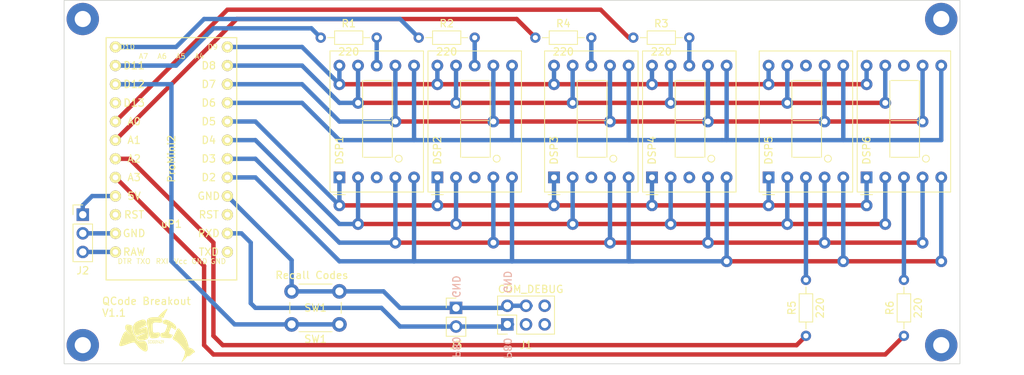
<source format=kicad_pcb>
(kicad_pcb (version 20221018) (generator pcbnew)
  (layers (0 "F.Cu" signal) (31 "B.Cu" signal) (34 "B.Paste" user) (35 "F.Paste" user) (36 "B.SilkS" user "B.Silkscreen") (37 "F.SilkS" user "F.Silkscreen") (38 "B.Mask" user) (39 "F.Mask" user) (44 "Edge.Cuts" user))
  (net 0 "")
  (net 1 "/e")
  (net 2 "/d")
  (net 3 "/dsp1")
  (net 4 "/c")
  (net 5 "/dp")
  (net 6 "/b")
  (net 7 "/a")
  (net 8 "/f")
  (net 9 "/g")
  (net 10 "/dsp2")
  (net 13 "Net-(uP1-PB4)")
  (net 14 "GND")
  (net 18 "Net-(J2-Pin_1)")
  (net 20 "/dsp3")
  (net 22 "/dsp4")
  (net 24 "Net-(J1-SOUTC_P80)")
  (net 27 "Net-(J2-Pin_2)")
  (net 28 "Net-(J2-Pin_3)")
  (net 29 "Net-(uP1-PB3)")
  (net 30 "Net-(uP1-PB2)")
  (net 31 "/dsp5")
  (net 32 "/dsp6")
  (net 33 "Net-(uP1-PC0{slash}A0)")
  (net 34 "Net-(uP1-PC1{slash}A1)")
  (net 35 "Net-(uP1-PC2{slash}A2)")
  (net 36 "Net-(uP1-PC3{slash}A3)")
  (footprint "Resistor_THT:R_Axial_DIN0204_L3.6mm_D1.6mm_P7.62mm_Horizontal" (layer "F.Cu") (at 127 58.42 90)
    (fp_text reference "R6" (at 3.81 -1.92 90) (layer "F.SilkS"))
    (fp_text value "220" (at 3.81 1.92 90) (layer "F.SilkS"))
    (pad "1" thru_hole circle (at 0 0 90) (size 1.4 1.4) (drill 0.7) (layers "*.Cu" "*.Mask") (net 36 "Net-(uP1-PC3{slash}A3)"))
    (pad "2" thru_hole oval (at 7.62 0 90) (size 1.4 1.4) (drill 0.7) (layers "*.Cu" "*.Mask") (net 32 "/dsp6"))
  )
  (footprint "Display_7Segment:D1X8K" (layer "F.Cu") (at 108.585 36.83 90)
    (fp_text reference "DSP5" (at 3.6875 0 90) (layer "F.SilkS"))
    (fp_text value "LTS-6960HR")
    (pad "1" thru_hole rect (at 0 0) (size 1.6 1.6) (drill 0.8) (layers "*.Cu" "*.Mask") (net 1 "/e"))
    (pad "2" thru_hole circle (at 0 2.54) (size 1.6 1.6) (drill 0.8) (layers "*.Cu" "*.Mask") (net 2 "/d"))
    (pad "3" thru_hole circle (at 0 5.08) (size 1.6 1.6) (drill 0.8) (layers "*.Cu" "*.Mask") (net 31 "/dsp5"))
    (pad "4" thru_hole circle (at 0 7.62) (size 1.6 1.6) (drill 0.8) (layers "*.Cu" "*.Mask") (net 4 "/c"))
    (pad "5" thru_hole circle (at 0 10.16) (size 1.6 1.6) (drill 0.8) (layers "*.Cu" "*.Mask") (net 5 "/dp"))
    (pad "6" thru_hole circle (at 15.24 10.16) (size 1.6 1.6) (drill 0.8) (layers "*.Cu" "*.Mask") (net 6 "/b"))
    (pad "7" thru_hole circle (at 15.24 7.62) (size 1.6 1.6) (drill 0.8) (layers "*.Cu" "*.Mask") (net 7 "/a"))
    (pad "8" thru_hole circle (at 15.24 5.08) (size 1.6 1.6) (drill 0.8) (layers "*.Cu" "*.Mask"))
    (pad "9" thru_hole circle (at 15.24 2.54) (size 1.6 1.6) (drill 0.8) (layers "*.Cu" "*.Mask") (net 8 "/f"))
    (pad "10" thru_hole circle (at 15.24 0) (size 1.6 1.6) (drill 0.8) (layers "*.Cu" "*.Mask") (net 9 "/g"))
  )
  (footprint "Pro Mini EDIT:Pro_Mini_EDIT" (layer "F.Cu") (at 34.925 46.99 180)
    (fp_text reference "uP1" (at 7.62 3.81) (layer "F.SilkS"))
    (fp_text value "ProMini2" (at 7.62 12.7 90) (layer "F.SilkS"))
    (fp_text user "D12" (at 12.7 22.86) (layer "F.SilkS"))
    (fp_text user "RXD" (at 2.54 2.54) (layer "F.SilkS"))
    (fp_text user "A0" (at 12.7 17.78) (layer "F.SilkS"))
    (fp_text user "Vcc" (at 6.35 -1.27) (layer "F.SilkS") (effects (font (size 0.7 0.7) (thickness 0.1))))
    (fp_text user "GND" (at 1.27 -1.27) (layer "F.SilkS") (effects (font (size 0.7 0.7) (thickness 0.1))))
    (fp_text user "RST" (at 2.54 5.08) (layer "F.SilkS"))
    (fp_text user "D5" (at 2.54 17.78) (layer "F.SilkS"))
    (fp_text user "RAW" (at 12.7 0) (layer "F.SilkS"))
    (fp_text user "DTR" (at 13.97 -1.27) (layer "F.SilkS") (effects (font (size 0.7 0.7) (thickness 0.1))))
    (fp_text user "D11" (at 12.7 25.4) (layer "F.SilkS"))
    (fp_text user "TXO" (at 11.43 -1.27) (layer "F.SilkS") (effects (font (size 0.7 0.7) (thickness 0.1))))
    (fp_text user "A4" (at 3.81 26.67) (layer "F.SilkS") (effects (font (size 0.7 0.7) (thickness 0.1))))
    (fp_text user "D9" (at 2 27.94) (layer "F.SilkS") (effects (font (size 0.7 0.7) (thickness 0.1))))
    (fp_text user "5V" (at 12.7 7.62) (layer "F.SilkS"))
    (fp_text user "D4" (at 2.54 15.24) (layer "F.SilkS"))
    (fp_text user "D2" (at 2.54 10.16) (layer "F.SilkS"))
    (fp_text user "D3" (at 2.54 12.7) (layer "F.SilkS"))
    (fp_text user "D8" (at 2.54 25.4) (layer "F.SilkS"))
    (fp_text user "D13" (at 12.7 20.32) (layer "F.SilkS"))
    (fp_text user "RXI" (at 8.89 -1.27) (layer "F.SilkS") (effects (font (size 0.7 0.7) (thickness 0.1))))
    (fp_text user "A1" (at 12.7 15.24) (layer "F.SilkS"))
    (fp_text user "D7" (at 2.54 22.86) (layer "F.SilkS"))
    (fp_text user "A3" (at 12.7 10.16) (layer "F.SilkS"))
    (fp_text user "GND" (at 12.7 2.54) (layer "F.SilkS"))
    (fp_text user "TXD" (at 2.54 0) (layer "F.SilkS"))
    (fp_text user "A6" (at 8.89 26.67) (layer "F.SilkS") (effects (font (size 0.7 0.7) (thickness 0.1))))
    (fp_text user "RST" (at 12.7 5.08) (layer "F.SilkS"))
    (fp_text user "GND" (at 3.81 -1.27) (layer "F.SilkS") (effects (font (size 0.7 0.7) (thickness 0.1))))
    (fp_text user "GND" (at 2.54 7.62) (layer "F.SilkS"))
    (fp_text user "A2" (at 12.7 12.7) (layer "F.SilkS"))
    (fp_text user "A5" (at 6.35 26.67) (layer "F.SilkS") (effects (font (size 0.7 0.7) (thickness 0.1))))
    (fp_text user "D10" (at 13.62 27.94) (layer "F.SilkS") (effects (font (size 0.7 0.7) (thickness 0.1))))
    (fp_text user "D6" (at 2.54 20.32) (layer "F.SilkS"))
    (fp_text user "A7" (at 11.43 26.67) (layer "F.SilkS") (effects (font (size 0.7 0.7) (thickness 0.1))))
    (pad "7" thru_hole circle (at 0 0 180) (size 1.524 1.524) (drill 0.762) (layers "*.Cu" "*.Mask" "F.SilkS"))
    (pad "8" thru_hole circle (at 0 2.54 180) (size 1.524 1.524) (drill 0.762) (layers "*.Cu" "*.Mask" "F.SilkS") (net 24 "Net-(J1-SOUTC_P80)"))
    (pad "9" thru_hole circle (at 0 5.08 180) (size 1.524 1.524) (drill 0.762) (layers "*.Cu" "*.Mask" "F.SilkS"))
    (pad "10" thru_hole circle (at 0 7.62 180) (size 1.524 1.524) (drill 0.762) (layers "*.Cu" "*.Mask" "F.SilkS") (net 14 "GND"))
    (pad "11" thru_hole circle (at 0 10.16 180) (size 1.524 1.524) (drill 0.762) (layers "*.Cu" "*.Mask" "F.SilkS") (net 5 "/dp"))
    (pad "12" thru_hole circle (at 0 12.7 180) (size 1.524 1.524) (drill 0.762) (layers "*.Cu" "*.Mask" "F.SilkS") (net 4 "/c"))
    (pad "13" thru_hole circle (at 0 15.24 180) (size 1.524 1.524) (drill 0.762) (layers "*.Cu" "*.Mask" "F.SilkS") (net 2 "/d"))
    (pad "14" thru_hole circle (at 0 17.78 180) (size 1.524 1.524) (drill 0.762) (layers "*.Cu" "*.Mask" "F.SilkS") (net 1 "/e"))
    (pad "15" thru_hole circle (at 0 20.32 180) (size 1.524 1.524) (drill 0.762) (layers "*.Cu" "*.Mask" "F.SilkS") (net 6 "/b"))
    (pad "16" thru_hole circle (at 0 22.86 180) (size 1.524 1.524) (drill 0.762) (layers "*.Cu" "*.Mask" "F.SilkS") (net 7 "/a"))
    (pad "17" thru_hole circle (at 0 25.4 180) (size 1.524 1.524) (drill 0.762) (layers "*.Cu" "*.Mask" "F.SilkS") (net 8 "/f"))
    (pad "18" thru_hole circle (at 0 27.94 180) (size 1.524 1.524) (drill 0.762) (layers "*.Cu" "*.Mask" "F.SilkS") (net 9 "/g"))
    (pad "19" thru_hole circle (at 15.24 0 180) (size 1.524 1.524) (drill 0.762) (layers "*.Cu" "*.Mask" "F.SilkS") (net 28 "Net-(J2-Pin_3)"))
    (pad "20" thru_hole circle (at 15.24 2.54 180) (size 1.524 1.524) (drill 0.762) (layers "*.Cu" "*.Mask" "F.SilkS") (net 27 "Net-(J2-Pin_2)"))
    (pad "21" thru_hole circle (at 15.24 5.08 180) (size 1.524 1.524) (drill 0.762) (layers "*.Cu" "*.Mask" "F.SilkS"))
    (pad "22" thru_hole circle (at 15.24 7.62 180) (size 1.524 1.524) (drill 0.762) (layers "*.Cu" "*.Mask" "F.SilkS") (net 18 "Net-(J2-Pin_1)"))
    (pad "23" thru_hole circle (at 15.24 10.16 180) (size 1.524 1.524) (drill 0.762) (layers "*.Cu" "*.Mask" "F.SilkS") (net 36 "Net-(uP1-PC3{slash}A3)"))
    (pad "24" thru_hole circle (at 15.24 12.7 180) (size 1.524 1.524) (drill 0.762) (layers "*.Cu" "*.Mask" "F.SilkS") (net 35 "Net-(uP1-PC2{slash}A2)"))
    (pad "25" thru_hole circle (at 15.24 15.24 180) (size 1.524 1.524) (drill 0.762) (layers "*.Cu" "*.Mask" "F.SilkS") (net 34 "Net-(uP1-PC1{slash}A1)"))
    (pad "26" thru_hole circle (at 15.24 17.78 180) (size 1.524 1.524) (drill 0.762) (layers "*.Cu" "*.Mask" "F.SilkS") (net 33 "Net-(uP1-PC0{slash}A0)"))
    (pad "27" thru_hole circle (at 15.24 20.32 180) (size 1.524 1.524) (drill 0.762) (layers "*.Cu" "*.Mask" "F.SilkS"))
    (pad "28" thru_hole circle (at 15.24 22.86 180) (size 1.524 1.524) (drill 0.762) (layers "*.Cu" "*.Mask" "F.SilkS") (net 13 "Net-(uP1-PB4)"))
    (pad "29" thru_hole circle (at 15.24 25.4 180) (size 1.524 1.524) (drill 0.762) (layers "*.Cu" "*.Mask" "F.SilkS") (net 29 "Net-(uP1-PB3)"))
    (pad "30" thru_hole circle (at 15.24 27.94 180) (size 1.524 1.524) (drill 0.762) (layers "*.Cu" "*.Mask" "F.SilkS") (net 30 "Net-(uP1-PB2)"))
  )
  (footprint "MountingHole:MountingHole_2.2mm_M2_Pad" (layer "F.Cu") (at 132.08 59.69)
    (fp_text reference "REF**" hide)
    (fp_text value "MountingHole_2.2mm_M2_Pad")
    (pad "1" thru_hole circle (at 0 0) (size 4.4 4.4) (drill 2.2) (layers "*.Cu" "*.Mask"))
  )
  (footprint "Button_Switch_THT:SW_PUSH_6mm_H5mm" (layer "F.Cu") (at 50.165 56.86 180)
    (fp_text reference "SW1" (at 3.25 -2) (layer "F.SilkS"))
    (fp_text value "Recall Codes" (at 3.75 6.7) (layer "F.SilkS"))
    (fp_text user "${REFERENCE}" (at 3.25 2.25) (layer "F.SilkS"))
    (pad "1" thru_hole circle (at 0 0 270) (size 2 2) (drill 1.1) (layers "*.Cu" "*.Mask") (net 13 "Net-(uP1-PB4)"))
    (pad "1" thru_hole circle (at 6.5 0 270) (size 2 2) (drill 1.1) (layers "*.Cu" "*.Mask") (net 13 "Net-(uP1-PB4)"))
    (pad "2" thru_hole circle (at 0 4.5 270) (size 2 2) (drill 1.1) (layers "*.Cu" "*.Mask") (net 14 "GND"))
    (pad "2" thru_hole circle (at 6.5 4.5 270) (size 2 2) (drill 1.1) (layers "*.Cu" "*.Mask") (net 14 "GND"))
  )
  (footprint "Display_7Segment:D1X8K" (layer "F.Cu") (at 121.92 36.83 90)
    (fp_text reference "DSP6" (at 3.6875 0 90) (layer "F.SilkS"))
    (fp_text value "LTS-6960HR")
    (pad "1" thru_hole rect (at 0 0) (size 1.6 1.6) (drill 0.8) (layers "*.Cu" "*.Mask") (net 1 "/e"))
    (pad "2" thru_hole circle (at 0 2.54) (size 1.6 1.6) (drill 0.8) (layers "*.Cu" "*.Mask") (net 2 "/d"))
    (pad "3" thru_hole circle (at 0 5.08) (size 1.6 1.6) (drill 0.8) (layers "*.Cu" "*.Mask") (net 32 "/dsp6"))
    (pad "4" thru_hole circle (at 0 7.62) (size 1.6 1.6) (drill 0.8) (layers "*.Cu" "*.Mask") (net 4 "/c"))
    (pad "5" thru_hole circle (at 0 10.16) (size 1.6 1.6) (drill 0.8) (layers "*.Cu" "*.Mask") (net 5 "/dp"))
    (pad "6" thru_hole circle (at 15.24 10.16) (size 1.6 1.6) (drill 0.8) (layers "*.Cu" "*.Mask") (net 6 "/b"))
    (pad "7" thru_hole circle (at 15.24 7.62) (size 1.6 1.6) (drill 0.8) (layers "*.Cu" "*.Mask") (net 7 "/a"))
    (pad "8" thru_hole circle (at 15.24 5.08) (size 1.6 1.6) (drill 0.8) (layers "*.Cu" "*.Mask"))
    (pad "9" thru_hole circle (at 15.24 2.54) (size 1.6 1.6) (drill 0.8) (layers "*.Cu" "*.Mask") (net 8 "/f"))
    (pad "10" thru_hole circle (at 15.24 0) (size 1.6 1.6) (drill 0.8) (layers "*.Cu" "*.Mask") (net 9 "/g"))
  )
  (footprint "Connector_PinHeader_2.54mm:PinHeader_2x03_P2.54mm_Vertical" (layer "F.Cu") (at 73.025 56.86 90)
    (fp_text reference "J1" (at -2.83 2.54 180) (layer "F.SilkS"))
    (fp_text value "COM_DEBUG" (at 4.79 3.175 180) (layer "F.SilkS"))
    (pad "1" thru_hole rect (at 0 0 90) (size 1.7 1.7) (drill 1) (layers "*.Cu" "*.Mask") (net 24 "Net-(J1-SOUTC_P80)"))
    (pad "2" thru_hole oval (at 2.54 0 90) (size 1.7 1.7) (drill 1) (layers "*.Cu" "*.Mask") (net 14 "GND"))
    (pad "3" thru_hole oval (at 0 2.54 90) (size 1.7 1.7) (drill 1) (layers "*.Cu" "*.Mask"))
    (pad "4" thru_hole oval (at 2.54 2.54 90) (size 1.7 1.7) (drill 1) (layers "*.Cu" "*.Mask") (net 14 "GND"))
    (pad "5" thru_hole oval (at 0 5.08 90) (size 1.7 1.7) (drill 1) (layers "*.Cu" "*.Mask"))
    (pad "6" thru_hole oval (at 2.54 5.08 90) (size 1.7 1.7) (drill 1) (layers "*.Cu" "*.Mask"))
  )
  (footprint "Connector_PinHeader_2.54mm:PinHeader_1x03_P2.54mm_Vertical" (layer "F.Cu") (at 15.24 41.91)
    (fp_text reference "J2" (at 0 7.62) (layer "F.SilkS"))
    (fp_text value "Conn_01x03_Pin")
    (pad "1" thru_hole rect (at 0 0) (size 1.7 1.7) (drill 1) (layers "*.Cu" "*.Mask") (net 18 "Net-(J2-Pin_1)"))
    (pad "2" thru_hole oval (at 0 2.54) (size 1.7 1.7) (drill 1) (layers "*.Cu" "*.Mask") (net 27 "Net-(J2-Pin_2)"))
    (pad "3" thru_hole oval (at 0 5.08) (size 1.7 1.7) (drill 1) (layers "*.Cu" "*.Mask") (net 28 "Net-(J2-Pin_3)"))
  )
  (footprint "MountingHole:MountingHole_2.2mm_M2_Pad" (layer "F.Cu") (at 132.08 15.24)
    (fp_text reference "REF**" hide)
    (fp_text value "MountingHole_2.2mm_M2_Pad")
    (pad "1" thru_hole circle (at 0 0) (size 4.4 4.4) (drill 2.2) (layers "*.Cu" "*.Mask"))
  )
  (footprint "Resistor_THT:R_Axial_DIN0204_L3.6mm_D1.6mm_P7.62mm_Horizontal" (layer "F.Cu") (at 47.625 17.78)
    (fp_text reference "R1" (at 3.81 -1.92) (layer "F.SilkS"))
    (fp_text value "220" (at 3.81 1.92) (layer "F.SilkS"))
    (pad "1" thru_hole circle (at 0 0) (size 1.4 1.4) (drill 0.7) (layers "*.Cu" "*.Mask") (net 29 "Net-(uP1-PB3)"))
    (pad "2" thru_hole oval (at 7.62 0) (size 1.4 1.4) (drill 0.7) (layers "*.Cu" "*.Mask") (net 3 "/dsp1"))
  )
  (footprint "MountingHole:MountingHole_2.2mm_M2_Pad" (layer "F.Cu") (at 15.24 59.69)
    (fp_text reference "REF**" hide)
    (fp_text value "MountingHole_2.2mm_M2_Pad")
    (pad "1" thru_hole circle (at 0 0) (size 4.4 4.4) (drill 2.2) (layers "*.Cu" "*.Mask"))
  )
  (footprint "Resistor_THT:R_Axial_DIN0204_L3.6mm_D1.6mm_P7.62mm_Horizontal" (layer "F.Cu") (at 113.665 58.42 90)
    (fp_text reference "R5" (at 3.81 -1.92 90) (layer "F.SilkS"))
    (fp_text value "220" (at 3.81 1.92 90) (layer "F.SilkS"))
    (pad "1" thru_hole circle (at 0 0 90) (size 1.4 1.4) (drill 0.7) (layers "*.Cu" "*.Mask") (net 35 "Net-(uP1-PC2{slash}A2)"))
    (pad "2" thru_hole oval (at 7.62 0 90) (size 1.4 1.4) (drill 0.7) (layers "*.Cu" "*.Mask") (net 31 "/dsp5"))
  )
  (footprint "LOGO" (layer "F.Cu") (at 25.4 58.42)
    (fp_text reference "G***" hide)
    (fp_text value "LOGO" hide)
  )
  (footprint "Display_7Segment:D1X8K" (layer "F.Cu") (at 63.5 36.83 90)
    (fp_text reference "DSP2" (at 3.6875 0 90) (layer "F.SilkS"))
    (fp_text value "LTS-6960HR")
    (pad "1" thru_hole rect (at 0 0) (size 1.6 1.6) (drill 0.8) (layers "*.Cu" "*.Mask") (net 1 "/e"))
    (pad "2" thru_hole circle (at 0 2.54) (size 1.6 1.6) (drill 0.8) (layers "*.Cu" "*.Mask") (net 2 "/d"))
    (pad "3" thru_hole circle (at 0 5.08) (size 1.6 1.6) (drill 0.8) (layers "*.Cu" "*.Mask"))
    (pad "4" thru_hole circle (at 0 7.62) (size 1.6 1.6) (drill 0.8) (layers "*.Cu" "*.Mask") (net 4 "/c"))
    (pad "5" thru_hole circle (at 0 10.16) (size 1.6 1.6) (drill 0.8) (layers "*.Cu" "*.Mask") (net 5 "/dp"))
    (pad "6" thru_hole circle (at 15.24 10.16) (size 1.6 1.6) (drill 0.8) (layers "*.Cu" "*.Mask") (net 6 "/b"))
    (pad "7" thru_hole circle (at 15.24 7.62) (size 1.6 1.6) (drill 0.8) (layers "*.Cu" "*.Mask") (net 7 "/a"))
    (pad "8" thru_hole circle (at 15.24 5.08) (size 1.6 1.6) (drill 0.8) (layers "*.Cu" "*.Mask") (net 10 "/dsp2"))
    (pad "9" thru_hole circle (at 15.24 2.54) (size 1.6 1.6) (drill 0.8) (layers "*.Cu" "*.Mask") (net 8 "/f"))
    (pad "10" thru_hole circle (at 15.24 0) (size 1.6 1.6) (drill 0.8) (layers "*.Cu" "*.Mask") (net 9 "/g"))
  )
  (footprint "Display_7Segment:D1X8K" (layer "F.Cu") (at 79.375 36.83 90)
    (fp_text reference "DSP3" (at 3.6875 0 90) (layer "F.SilkS"))
    (fp_text value "LTS-6960HR")
    (pad "1" thru_hole rect (at 0 0) (size 1.6 1.6) (drill 0.8) (layers "*.Cu" "*.Mask") (net 1 "/e"))
    (pad "2" thru_hole circle (at 0 2.54) (size 1.6 1.6) (drill 0.8) (layers "*.Cu" "*.Mask") (net 2 "/d"))
    (pad "3" thru_hole circle (at 0 5.08) (size 1.6 1.6) (drill 0.8) (layers "*.Cu" "*.Mask"))
    (pad "4" thru_hole circle (at 0 7.62) (size 1.6 1.6) (drill 0.8) (layers "*.Cu" "*.Mask") (net 4 "/c"))
    (pad "5" thru_hole circle (at 0 10.16) (size 1.6 1.6) (drill 0.8) (layers "*.Cu" "*.Mask") (net 5 "/dp"))
    (pad "6" thru_hole circle (at 15.24 10.16) (size 1.6 1.6) (drill 0.8) (layers "*.Cu" "*.Mask") (net 6 "/b"))
    (pad "7" thru_hole circle (at 15.24 7.62) (size 1.6 1.6) (drill 0.8) (layers "*.Cu" "*.Mask") (net 7 "/a"))
    (pad "8" thru_hole circle (at 15.24 5.08) (size 1.6 1.6) (drill 0.8) (layers "*.Cu" "*.Mask") (net 20 "/dsp3"))
    (pad "9" thru_hole circle (at 15.24 2.54) (size 1.6 1.6) (drill 0.8) (layers "*.Cu" "*.Mask") (net 8 "/f"))
    (pad "10" thru_hole circle (at 15.24 0) (size 1.6 1.6) (drill 0.8) (layers "*.Cu" "*.Mask") (net 9 "/g"))
  )
  (footprint "Display_7Segment:D1X8K" (layer "F.Cu") (at 92.71 36.83 90)
    (fp_text reference "DSP4" (at 3.6875 0 90) (layer "F.SilkS"))
    (fp_text value "LTS-6960HR")
    (pad "1" thru_hole rect (at 0 0) (size 1.6 1.6) (drill 0.8) (layers "*.Cu" "*.Mask") (net 1 "/e"))
    (pad "2" thru_hole circle (at 0 2.54) (size 1.6 1.6) (drill 0.8) (layers "*.Cu" "*.Mask") (net 2 "/d"))
    (pad "3" thru_hole circle (at 0 5.08) (size 1.6 1.6) (drill 0.8) (layers "*.Cu" "*.Mask"))
    (pad "4" thru_hole circle (at 0 7.62) (size 1.6 1.6) (drill 0.8) (layers "*.Cu" "*.Mask") (net 4 "/c"))
    (pad "5" thru_hole circle (at 0 10.16) (size 1.6 1.6) (drill 0.8) (layers "*.Cu" "*.Mask") (net 5 "/dp"))
    (pad "6" thru_hole circle (at 15.24 10.16) (size 1.6 1.6) (drill 0.8) (layers "*.Cu" "*.Mask") (net 6 "/b"))
    (pad "7" thru_hole circle (at 15.24 7.62) (size 1.6 1.6) (drill 0.8) (layers "*.Cu" "*.Mask") (net 7 "/a"))
    (pad "8" thru_hole circle (at 15.24 5.08) (size 1.6 1.6) (drill 0.8) (layers "*.Cu" "*.Mask") (net 22 "/dsp4"))
    (pad "9" thru_hole circle (at 15.24 2.54) (size 1.6 1.6) (drill 0.8) (layers "*.Cu" "*.Mask") (net 8 "/f"))
    (pad "10" thru_hole circle (at 15.24 0) (size 1.6 1.6) (drill 0.8) (layers "*.Cu" "*.Mask") (net 9 "/g"))
  )
  (footprint "Resistor_THT:R_Axial_DIN0204_L3.6mm_D1.6mm_P7.62mm_Horizontal" (layer "F.Cu") (at 60.96 17.78)
    (fp_text reference "R2" (at 3.81 -1.92) (layer "F.SilkS"))
    (fp_text value "220" (at 3.81 1.92) (layer "F.SilkS"))
    (pad "1" thru_hole circle (at 0 0) (size 1.4 1.4) (drill 0.7) (layers "*.Cu" "*.Mask") (net 30 "Net-(uP1-PB2)"))
    (pad "2" thru_hole oval (at 7.62 0) (size 1.4 1.4) (drill 0.7) (layers "*.Cu" "*.Mask") (net 10 "/dsp2"))
  )
  (footprint "Display_7Segment:D1X8K" (layer "F.Cu") (at 50.165 36.83 90)
    (fp_text reference "DSP1" (at 3.6875 0 90) (layer "F.SilkS"))
    (fp_text value "LTS-6960HR")
    (pad "1" thru_hole rect (at 0 0) (size 1.6 1.6) (drill 0.8) (layers "*.Cu" "*.Mask") (net 1 "/e"))
    (pad "2" thru_hole circle (at 0 2.54) (size 1.6 1.6) (drill 0.8) (layers "*.Cu" "*.Mask") (net 2 "/d"))
    (pad "3" thru_hole circle (at 0 5.08) (size 1.6 1.6) (drill 0.8) (layers "*.Cu" "*.Mask"))
    (pad "4" thru_hole circle (at 0 7.62) (size 1.6 1.6) (drill 0.8) (layers "*.Cu" "*.Mask") (net 4 "/c"))
    (pad "5" thru_hole circle (at 0 10.16) (size 1.6 1.6) (drill 0.8) (layers "*.Cu" "*.Mask") (net 5 "/dp"))
    (pad "6" thru_hole circle (at 15.24 10.16) (size 1.6 1.6) (drill 0.8) (layers "*.Cu" "*.Mask") (net 6 "/b"))
    (pad "7" thru_hole circle (at 15.24 7.62) (size 1.6 1.6) (drill 0.8) (layers "*.Cu" "*.Mask") (net 7 "/a"))
    (pad "8" thru_hole circle (at 15.24 5.08) (size 1.6 1.6) (drill 0.8) (layers "*.Cu" "*.Mask") (net 3 "/dsp1"))
    (pad "9" thru_hole circle (at 15.24 2.54) (size 1.6 1.6) (drill 0.8) (layers "*.Cu" "*.Mask") (net 8 "/f"))
    (pad "10" thru_hole circle (at 15.24 0) (size 1.6 1.6) (drill 0.8) (layers "*.Cu" "*.Mask") (net 9 "/g"))
  )
  (footprint "Resistor_THT:R_Axial_DIN0204_L3.6mm_D1.6mm_P7.62mm_Horizontal" (layer "F.Cu") (at 90.17 17.78)
    (fp_text reference "R3" (at 3.81 -1.92) (layer "F.SilkS"))
    (fp_text value "220" (at 3.81 1.92) (layer "F.SilkS"))
    (pad "1" thru_hole circle (at 0 0) (size 1.4 1.4) (drill 0.7) (layers "*.Cu" "*.Mask") (net 33 "Net-(uP1-PC0{slash}A0)"))
    (pad "2" thru_hole oval (at 7.62 0) (size 1.4 1.4) (drill 0.7) (layers "*.Cu" "*.Mask") (net 22 "/dsp4"))
  )
  (footprint "Connector_PinHeader_2.54mm:PinHeader_1x02_P2.54mm_Vertical" (layer "F.Cu") (at 66.04 54.61)
    (fp_text reference "J3" (at 0 5.08) (layer "F.SilkS"))
    (fp_text value "Conn_01x02_Pin")
    (pad "1" thru_hole rect (at 0 0) (size 1.7 1.7) (drill 1) (layers "*.Cu" "*.Mask") (net 14 "GND"))
    (pad "2" thru_hole oval (at 0 2.54) (size 1.7 1.7) (drill 1) (layers "*.Cu" "*.Mask") (net 24 "Net-(J1-SOUTC_P80)"))
  )
  (footprint "MountingHole:MountingHole_2.2mm_M2_Pad" (layer "F.Cu") (at 15.24 15.24)
    (fp_text reference "REF**" hide)
    (fp_text value "MountingHole_2.2mm_M2_Pad")
    (pad "1" thru_hole circle (at 0 0) (size 4.4 4.4) (drill 2.2) (layers "*.Cu" "*.Mask"))
  )
  (footprint "Resistor_THT:R_Axial_DIN0204_L3.6mm_D1.6mm_P7.62mm_Horizontal" (layer "F.Cu") (at 76.835 17.78)
    (fp_text reference "R4" (at 3.81 -1.92) (layer "F.SilkS"))
    (fp_text value "220" (at 3.81 1.92) (layer "F.SilkS"))
    (pad "1" thru_hole circle (at 0 0) (size 1.4 1.4) (drill 0.7) (layers "*.Cu" "*.Mask") (net 34 "Net-(uP1-PC1{slash}A1)"))
    (pad "2" thru_hole oval (at 7.62 0) (size 1.4 1.4) (drill 0.7) (layers "*.Cu" "*.Mask") (net 20 "/dsp3"))
  )
  (gr_rect (start 12.7 12.7) (end 134.62 62.23) (stroke (width 0.1)) (fill none) (layer "Edge.Cuts"))
  (gr_text "P80" (at 73.025 58.581268 270) (layer "B.SilkS") (effects (font (size 1 1)) (justify right mirror)))
  (gr_text "P80" (at 66.04 58.42 270) (layer "B.SilkS") (effects (font (size 1 1)) (justify right mirror)))
  (gr_text "GND" (at 66.04 53.34 270) (layer "B.SilkS") (effects (font (size 1 1)) (justify left mirror)))
  (gr_text "GND" (at 73.025 52.705 270) (layer "B.SilkS") (effects (font (size 1 1)) (justify left mirror)))
  (gr_text "QCode Breakout\nV1.1\n" (at 17.78 55.88) (layer "F.SilkS") (effects (font (size 1 1)) (justify left bottom)))
  (segment (start 50.165 40.64) (end 63.5 40.64) (width 0.6) (layer "F.Cu") (net 1))
  (segment (start 79.375 40.64) (end 92.71 40.64) (width 0.6) (layer "F.Cu") (net 1))
  (segment (start 108.585 40.64) (end 121.92 40.64) (width 0.6) (layer "F.Cu") (net 1))
  (segment (start 63.5 40.64) (end 80.01 40.64) (width 0.6) (layer "F.Cu") (net 1))
  (segment (start 92.71 40.64) (end 108.585 40.64) (width 0.6) (layer "F.Cu") (net 1))
  (via (at 50.165 40.64) (size 1.6) (drill 0.8) (layers "F.Cu" "B.Cu") (net 1))
  (via (at 79.375 40.64) (size 1.6) (drill 0.8) (layers "F.Cu" "B.Cu") (net 1))
  (via (at 63.5 40.64) (size 1.6) (drill 0.8) (layers "F.Cu" "B.Cu") (net 1))
  (via (at 108.585 40.64) (size 1.6) (drill 0.8) (layers "F.Cu" "B.Cu") (net 1))
  (via (at 121.92 40.64) (size 1.6) (drill 0.8) (layers "F.Cu" "B.Cu") (net 1))
  (via (at 92.71 40.64) (size 1.6) (drill 0.8) (layers "F.Cu" "B.Cu") (net 1))
  (segment (start 34.925 29.21) (end 38.735 29.21) (width 0.6) (layer "B.Cu") (net 1))
  (segment (start 79.375 40.64) (end 79.375 36.7075) (width 0.6) (layer "B.Cu") (net 1))
  (segment (start 108.585 40.64) (end 108.585 36.7075) (width 0.6) (layer "B.Cu") (net 1))
  (segment (start 63.5 40.64) (end 63.5 36.7075) (width 0.6) (layer "B.Cu") (net 1))
  (segment (start 92.71 36.83) (end 92.71 40.64) (width 0.6) (layer "B.Cu") (net 1))
  (segment (start 50.165 40.64) (end 50.2875 40.5175) (width 0.6) (layer "B.Cu") (net 1))
  (segment (start 121.92 36.83) (end 121.92 40.64) (width 0.6) (layer "B.Cu") (net 1))
  (segment (start 50.165 40.64) (end 50.165 36.83) (width 0.6) (layer "B.Cu") (net 1))
  (segment (start 38.735 29.21) (end 50.165 40.64) (width 0.6) (layer "B.Cu") (net 1))
  (segment (start 111.125 43.18) (end 124.46 43.18) (width 0.6) (layer "F.Cu") (net 2))
  (segment (start 81.915 43.18) (end 95.25 43.18) (width 0.6) (layer "F.Cu") (net 2))
  (segment (start 66.04 43.18) (end 82.55 43.18) (width 0.6) (layer "F.Cu") (net 2))
  (segment (start 95.25 43.18) (end 111.125 43.18) (width 0.6) (layer "F.Cu") (net 2))
  (segment (start 52.705 43.18) (end 66.04 43.18) (width 0.6) (layer "F.Cu") (net 2))
  (via (at 52.705 43.18) (size 1.6) (drill 0.8) (layers "F.Cu" "B.Cu") (net 2))
  (via (at 111.125 43.18) (size 1.6) (drill 0.8) (layers "F.Cu" "B.Cu") (net 2))
  (via (at 66.04 43.18) (size 1.6) (drill 0.8) (layers "F.Cu" "B.Cu") (net 2))
  (via (at 81.915 43.18) (size 1.6) (drill 0.8) (layers "F.Cu" "B.Cu") (net 2))
  (via (at 95.25 43.18) (size 1.6) (drill 0.8) (layers "F.Cu" "B.Cu") (net 2))
  (via (at 124.46 43.18) (size 1.6) (drill 0.8) (layers "F.Cu" "B.Cu") (net 2))
  (segment (start 52.705 43.18) (end 52.8275 43.0575) (width 0.6) (layer "B.Cu") (net 2))
  (segment (start 52.705 43.18) (end 52.705 36.83) (width 0.6) (layer "B.Cu") (net 2))
  (segment (start 34.925 31.75) (end 38.735 31.75) (width 0.6) (layer "B.Cu") (net 2))
  (segment (start 50.165 43.18) (end 52.705 43.18) (width 0.6) (layer "B.Cu") (net 2))
  (segment (start 66.04 43.18) (end 66.04 36.7075) (width 0.6) (layer "B.Cu") (net 2))
  (segment (start 124.46 36.83) (end 124.46 43.18) (width 0.6) (layer "B.Cu") (net 2))
  (segment (start 111.125 43.18) (end 111.125 36.7075) (width 0.6) (layer "B.Cu") (net 2))
  (segment (start 81.915 43.18) (end 81.915 36.7075) (width 0.6) (layer "B.Cu") (net 2))
  (segment (start 38.735 31.75) (end 50.165 43.18) (width 0.6) (layer "B.Cu") (net 2))
  (segment (start 95.25 36.83) (end 95.25 43.18) (width 0.6) (layer "B.Cu") (net 2))
  (segment (start 55.376627 21.580873) (end 55.3675 21.59) (width 0.6) (layer "B.Cu") (net 3))
  (segment (start 55.245 17.78) (end 55.245 21.59) (width 0.6) (layer "B.Cu") (net 3))
  (segment (start 116.205 45.72) (end 129.54 45.72) (width 0.6) (layer "F.Cu") (net 4))
  (segment (start 57.785 45.72) (end 71.12 45.72) (width 0.6) (layer "F.Cu") (net 4))
  (segment (start 86.995 45.72) (end 100.33 45.72) (width 0.6) (layer "F.Cu") (net 4))
  (segment (start 100.33 45.72) (end 116.205 45.72) (width 0.6) (layer "F.Cu") (net 4))
  (segment (start 71.12 45.72) (end 87.63 45.72) (width 0.6) (layer "F.Cu") (net 4))
  (via (at 71.12 45.72) (size 1.6) (drill 0.8) (layers "F.Cu" "B.Cu") (net 4))
  (via (at 100.33 45.72) (size 1.6) (drill 0.8) (layers "F.Cu" "B.Cu") (net 4))
  (via (at 86.995 45.72) (size 1.6) (drill 0.8) (layers "F.Cu" "B.Cu") (net 4))
  (via (at 129.54 45.72) (size 1.6) (drill 0.8) (layers "F.Cu" "B.Cu") (net 4))
  (via (at 116.205 45.72) (size 1.6) (drill 0.8) (layers "F.Cu" "B.Cu") (net 4))
  (via (at 57.785 45.72) (size 1.6) (drill 0.8) (layers "F.Cu" "B.Cu") (net 4))
  (segment (start 116.205 45.72) (end 116.205 36.7075) (width 0.6) (layer "B.Cu") (net 4))
  (segment (start 34.925 34.29) (end 38.735 34.29) (width 0.6) (layer "B.Cu") (net 4))
  (segment (start 57.785 45.72) (end 57.785 36.83) (width 0.6) (layer "B.Cu") (net 4))
  (segment (start 86.995 45.72) (end 86.995 36.7075) (width 0.6) (layer "B.Cu") (net 4))
  (segment (start 71.12 45.72) (end 71.12 36.7075) (width 0.6) (layer "B.Cu") (net 4))
  (segment (start 57.785 45.72) (end 57.9075 45.5975) (width 0.6) (layer "B.Cu") (net 4))
  (segment (start 38.735 34.29) (end 50.165 45.72) (width 0.6) (layer "B.Cu") (net 4))
  (segment (start 129.54 36.83) (end 129.54 45.72) (width 0.6) (layer "B.Cu") (net 4))
  (segment (start 50.165 45.72) (end 57.785 45.72) (width 0.6) (layer "B.Cu") (net 4))
  (segment (start 100.33 36.83) (end 100.33 45.72) (width 0.6) (layer "B.Cu") (net 4))
  (segment (start 102.87 48.26) (end 118.745 48.26) (width 0.6) (layer "F.Cu") (net 5))
  (segment (start 118.745 48.26) (end 132.08 48.26) (width 0.6) (layer "F.Cu") (net 5))
  (via (at 118.745 48.26) (size 1.6) (drill 0.8) (layers "F.Cu" "B.Cu") (net 5))
  (via (at 102.87 48.26) (size 1.6) (drill 0.8) (layers "F.Cu" "B.Cu") (net 5))
  (via (at 132.08 48.26) (size 1.6) (drill 0.8) (layers "F.Cu" "B.Cu") (net 5))
  (segment (start 102.87 36.83) (end 102.87 48.26) (width 0.6) (layer "B.Cu") (net 5))
  (segment (start 73.66 48.26) (end 90.17 48.26) (width 0.6) (layer "B.Cu") (net 5))
  (segment (start 89.535 48.26) (end 89.535 36.7075) (width 0.6) (layer "B.Cu") (net 5))
  (segment (start 102.87 48.26) (end 89.535 48.26) (width 0.6) (layer "B.Cu") (net 5))
  (segment (start 38.735 36.83) (end 50.165 48.26) (width 0.6) (layer "B.Cu") (net 5))
  (segment (start 73.66 48.26) (end 73.66 36.7075) (width 0.6) (layer "B.Cu") (net 5))
  (segment (start 50.165 48.26) (end 60.325 48.26) (width 0.6) (layer "B.Cu") (net 5))
  (segment (start 60.325 36.83) (end 60.325 48.26) (width 0.6) (layer "B.Cu") (net 5))
  (segment (start 132.08 36.83) (end 132.08 48.26) (width 0.6) (layer "B.Cu") (net 5))
  (segment (start 118.745 48.26) (end 118.745 36.7075) (width 0.6) (layer "B.Cu") (net 5))
  (segment (start 34.925 36.83) (end 38.735 36.83) (width 0.6) (layer "B.Cu") (net 5))
  (segment (start 60.325 48.26) (end 73.66 48.26) (width 0.6) (layer "B.Cu") (net 5))
  (segment (start 60.325 31.75) (end 60.4475 31.6275) (width 0.6) (layer "B.Cu") (net 6))
  (segment (start 34.925 26.67) (end 45.085 26.67) (width 0.6) (layer "B.Cu") (net 6))
  (segment (start 132.08 21.59) (end 132.08 31.75) (width 0.6) (layer "B.Cu") (net 6))
  (segment (start 89.535 31.75) (end 89.535 21.4675) (width 0.6) (layer "B.Cu") (net 6))
  (segment (start 102.87 21.59) (end 102.87 31.75) (width 0.6) (layer "B.Cu") (net 6))
  (segment (start 89.535 31.75) (end 102.235 31.75) (width 0.6) (layer "B.Cu") (net 6))
  (segment (start 73.66 31.75) (end 90.17 31.75) (width 0.6) (layer "B.Cu") (net 6))
  (segment (start 73.66 31.75) (end 73.66 21.4675) (width 0.6) (layer "B.Cu") (net 6))
  (segment (start 60.325 31.75) (end 60.325 21.59) (width 0.6) (layer "B.Cu") (net 6))
  (segment (start 132.08 31.75) (end 118.745 31.75) (width 0.6) (layer "B.Cu") (net 6))
  (segment (start 50.165 31.75) (end 60.325 31.75) (width 0.6) (layer "B.Cu") (net 6))
  (segment (start 118.745 31.75) (end 118.745 21.4675) (width 0.6) (layer "B.Cu") (net 6))
  (segment (start 102.235 31.75) (end 102.87 31.75) (width 0.6) (layer "B.Cu") (net 6))
  (segment (start 45.085 26.67) (end 50.165 31.75) (width 0.6) (layer "B.Cu") (net 6))
  (segment (start 60.325 31.75) (end 73.66 31.75) (width 0.6) (layer "B.Cu") (net 6))
  (segment (start 102.87 31.75) (end 118.745 31.75) (width 0.6) (layer "B.Cu") (net 6))
  (segment (start 57.785 29.21) (end 71.12 29.21) (width 0.6) (layer "F.Cu") (net 7))
  (segment (start 71.12 29.21) (end 87.63 29.21) (width 0.6) (layer "F.Cu") (net 7))
  (segment (start 86.995 29.21) (end 100.33 29.21) (width 0.6) (layer "F.Cu") (net 7))
  (segment (start 116.205 29.21) (end 129.54 29.21) (width 0.6) (layer "F.Cu") (net 7))
  (segment (start 100.33 29.21) (end 116.205 29.21) (width 0.6) (layer "F.Cu") (net 7))
  (via (at 129.54 29.21) (size 1.6) (drill 0.8) (layers "F.Cu" "B.Cu") (net 7))
  (via (at 57.785 29.21) (size 1.6) (drill 0.8) (layers "F.Cu" "B.Cu") (net 7))
  (via (at 86.995 29.21) (size 1.6) (drill 0.8) (layers "F.Cu" "B.Cu") (net 7))
  (via (at 71.12 29.21) (size 1.6) (drill 0.8) (layers "F.Cu" "B.Cu") (net 7))
  (via (at 100.33 29.21) (size 1.6) (drill 0.8) (layers "F.Cu" "B.Cu") (net 7))
  (via (at 116.205 29.21) (size 1.6) (drill 0.8) (layers "F.Cu" "B.Cu") (net 7))
  (segment (start 45.085 24.13) (end 50.165 29.21) (width 0.6) (layer "B.Cu") (net 7))
  (segment (start 57.785 29.21) (end 57.9075 29.0875) (width 0.6) (layer "B.Cu") (net 7))
  (segment (start 129.54 21.59) (end 129.54 29.21) (width 0.6) (layer "B.Cu") (net 7))
  (segment (start 116.205 21.4675) (end 116.205 29.21) (width 0.6) (layer "B.Cu") (net 7))
  (segment (start 34.925 24.13) (end 45.085 24.13) (width 0.6) (layer "B.Cu") (net 7))
  (segment (start 50.165 29.21) (end 57.785 29.21) (width 0.6) (layer "B.Cu") (net 7))
  (segment (start 100.33 29.21) (end 100.33 21.59) (width 0.6) (layer "B.Cu") (net 7))
  (segment (start 57.785 29.21) (end 57.785 21.59) (width 0.6) (layer "B.Cu") (net 7))
  (segment (start 86.995 29.21) (end 86.995 21.4675) (width 0.6) (layer "B.Cu") (net 7))
  (segment (start 71.12 29.21) (end 71.12 21.4675) (width 0.6) (layer "B.Cu") (net 7))
  (segment (start 66.04 26.67) (end 82.55 26.67) (width 0.6) (layer "F.Cu") (net 8))
  (segment (start 95.25 26.67) (end 111.125 26.67) (width 0.6) (layer "F.Cu") (net 8))
  (segment (start 52.705 26.67) (end 66.04 26.67) (width 0.6) (layer "F.Cu") (net 8))
  (segment (start 111.125 26.67) (end 124.46 26.67) (width 0.6) (layer "F.Cu") (net 8))
  (segment (start 81.915 26.67) (end 95.25 26.67) (width 0.6) (layer "F.Cu") (net 8))
  (via (at 95.25 26.67) (size 1.6) (drill 0.8) (layers "F.Cu" "B.Cu") (net 8))
  (via (at 124.46 26.67) (size 1.6) (drill 0.8) (layers "F.Cu" "B.Cu") (net 8))
  (via (at 111.125 26.67) (size 1.6) (drill 0.8) (layers "F.Cu" "B.Cu") (net 8))
  (via (at 52.705 26.67) (size 1.6) (drill 0.8) (layers "F.Cu" "B.Cu") (net 8))
  (via (at 66.04 26.67) (size 1.6) (drill 0.8) (layers "F.Cu" "B.Cu") (net 8))
  (via (at 81.915 26.67) (size 1.6) (drill 0.8) (layers "F.Cu" "B.Cu") (net 8))
  (segment (start 111.125 21.4675) (end 111.125 26.67) (width 0.6) (layer "B.Cu") (net 8))
  (segment (start 81.915 26.67) (end 81.915 21.4675) (width 0.6) (layer "B.Cu") (net 8))
  (segment (start 95.25 26.67) (end 95.25 21.59) (width 0.6) (layer "B.Cu") (net 8))
  (segment (start 52.705 26.67) (end 52.8275 26.5475) (width 0.6) (layer "B.Cu") (net 8))
  (segment (start 50.165 26.67) (end 52.705 26.67) (width 0.6) (layer "B.Cu") (net 8))
  (segment (start 66.04 26.67) (end 66.04 21.4675) (width 0.6) (layer "B.Cu") (net 8))
  (segment (start 124.46 21.59) (end 124.46 26.67) (width 0.6) (layer "B.Cu") (net 8))
  (segment (start 52.705 26.67) (end 52.705 21.59) (width 0.6) (layer "B.Cu") (net 8))
  (segment (start 45.085 21.59) (end 50.165 26.67) (width 0.6) (layer "B.Cu") (net 8))
  (segment (start 34.925 21.59) (end 45.085 21.59) (width 0.6) (layer "B.Cu") (net 8))
  (segment (start 63.5 24.13) (end 80.01 24.13) (width 0.6) (layer "F.Cu") (net 9))
  (segment (start 50.165 24.13) (end 63.5 24.13) (width 0.6) (layer "F.Cu") (net 9))
  (segment (start 108.585 24.13) (end 121.92 24.13) (width 0.6) (layer "F.Cu") (net 9))
  (segment (start 79.375 24.13) (end 92.71 24.13) (width 0.6) (layer "F.Cu") (net 9))
  (segment (start 92.71 24.13) (end 108.585 24.13) (width 0.6) (layer "F.Cu") (net 9))
  (via (at 108.585 24.13) (size 1.6) (drill 0.8) (layers "F.Cu" "B.Cu") (net 9))
  (via (at 121.92 24.13) (size 1.6) (drill 0.8) (layers "F.Cu" "B.Cu") (net 9))
  (via (at 50.165 24.13) (size 1.6) (drill 0.8) (layers "F.Cu" "B.Cu") (net 9))
  (via (at 92.71 24.13) (size 1.6) (drill 0.8) (layers "F.Cu" "B.Cu") (net 9))
  (via (at 63.5 24.13) (size 1.6) (drill 0.8) (layers "F.Cu" "B.Cu") (net 9))
  (via (at 79.375 24.13) (size 1.6) (drill 0.8) (layers "F.Cu" "B.Cu") (net 9))
  (segment (start 50.165 24.13) (end 50.2875 24.0075) (width 0.6) (layer "B.Cu") (net 9))
  (segment (start 63.5 24.13) (end 63.5 21.4675) (width 0.6) (layer "B.Cu") (net 9))
  (segment (start 92.71 24.13) (end 92.71 21.59) (width 0.6) (layer "B.Cu") (net 9))
  (segment (start 45.085 19.05) (end 34.925 19.05) (width 0.6) (layer "B.Cu") (net 9))
  (segment (start 108.585 24.13) (end 108.585 21.4675) (width 0.6) (layer "B.Cu") (net 9))
  (segment (start 79.375 24.13) (end 79.375 21.4675) (width 0.6) (layer "B.Cu") (net 9))
  (segment (start 50.165 24.13) (end 50.165 21.59) (width 0.6) (layer "B.Cu") (net 9))
  (segment (start 121.92 21.59) (end 121.92 24.13) (width 0.6) (layer "B.Cu") (net 9))
  (segment (start 50.165 24.13) (end 45.085 19.05) (width 0.6) (layer "B.Cu") (net 9))
  (segment (start 68.58 17.78) (end 68.58 21.4675) (width 0.6) (layer "B.Cu") (net 10))
  (segment (start 35.905 56.86) (end 27.305 48.26) (width 0.6) (layer "B.Cu") (net 13))
  (segment (start 50.165 56.86) (end 43.665 56.86) (width 0.6) (layer "B.Cu") (net 13))
  (segment (start 27.305 24.13) (end 19.685 24.13) (width 0.6) (layer "B.Cu") (net 13))
  (segment (start 27.305 48.26) (end 27.305 24.13) (width 0.6) (layer "B.Cu") (net 13))
  (segment (start 43.665 56.86) (end 35.905 56.86) (width 0.6) (layer "B.Cu") (net 13))
  (segment (start 34.925 39.37) (end 43.665 48.11) (width 0.6) (layer "B.Cu") (net 14))
  (segment (start 58.42 54.61) (end 66.04 54.61) (width 0.6) (layer "B.Cu") (net 14))
  (segment (start 56.17 52.36) (end 58.42 54.61) (width 0.6) (layer "B.Cu") (net 14))
  (segment (start 73.37 54.61) (end 73.66 54.32) (width 0.6) (layer "B.Cu") (net 14))
  (segment (start 43.665 52.36) (end 50.165 52.36) (width 0.6) (layer "B.Cu") (net 14))
  (segment (start 66.04 54.61) (end 73.37 54.61) (width 0.6) (layer "B.Cu") (net 14))
  (segment (start 43.665 48.11) (end 43.665 52.36) (width 0.6) (layer "B.Cu") (net 14))
  (segment (start 73.66 54.32) (end 76.2 54.32) (width 0.6) (layer "B.Cu") (net 14))
  (segment (start 50.165 52.36) (end 56.17 52.36) (width 0.6) (layer "B.Cu") (net 14))
  (segment (start 15.24 41.91) (end 15.24 40.64) (width 0.6) (layer "B.Cu") (net 18))
  (segment (start 15.24 40.64) (end 16.51 39.37) (width 0.6) (layer "B.Cu") (net 18))
  (segment (start 16.51 39.37) (end 19.685 39.37) (width 0.6) (layer "B.Cu") (net 18))
  (segment (start 84.455 17.78) (end 84.455 21.4675) (width 0.6) (layer "B.Cu") (net 20))
  (segment (start 97.79 17.78) (end 97.79 21.59) (width 0.6) (layer "B.Cu") (net 22))
  (segment (start 58.42 57.15) (end 66.04 57.15) (width 0.6) (layer "B.Cu") (net 24))
  (segment (start 73.37 57.15) (end 73.66 56.86) (width 0.6) (layer "B.Cu") (net 24))
  (segment (start 36.83 44.45) (end 38.1 45.72) (width 0.6) (layer "B.Cu") (net 24))
  (segment (start 38.1 45.72) (end 38.1 53.975) (width 0.6) (layer "B.Cu") (net 24))
  (segment (start 34.925 44.45) (end 36.83 44.45) (width 0.6) (layer "B.Cu") (net 24))
  (segment (start 55.88 54.61) (end 58.42 57.15) (width 0.6) (layer "B.Cu") (net 24))
  (segment (start 66.04 57.15) (end 73.37 57.15) (width 0.6) (layer "B.Cu") (net 24))
  (segment (start 38.735 54.61) (end 55.88 54.61) (width 0.6) (layer "B.Cu") (net 24))
  (segment (start 38.1 53.975) (end 38.735 54.61) (width 0.6) (layer "B.Cu") (net 24))
  (segment (start 15.24 44.45) (end 19.685 44.45) (width 0.6) (layer "B.Cu") (net 27))
  (segment (start 15.24 46.99) (end 19.685 46.99) (width 0.6) (layer "B.Cu") (net 28))
  (segment (start 46.355 16.51) (end 47.625 17.78) (width 0.6) (layer "B.Cu") (net 29))
  (segment (start 27.94 21.59) (end 33.02 16.51) (width 0.6) (layer "B.Cu") (net 29))
  (segment (start 33.02 16.51) (end 46.355 16.51) (width 0.6) (layer "B.Cu") (net 29))
  (segment (start 19.685 21.59) (end 27.94 21.59) (width 0.6) (layer "B.Cu") (net 29))
  (segment (start 58.42 15.24) (end 60.96 17.78) (width 0.6) (layer "B.Cu") (net 30))
  (segment (start 19.685 19.05) (end 27.94 19.05) (width 0.6) (layer "B.Cu") (net 30))
  (segment (start 27.94 19.05) (end 31.75 15.24) (width 0.6) (layer "B.Cu") (net 30))
  (segment (start 31.75 15.24) (end 58.42 15.24) (width 0.6) (layer "B.Cu") (net 30))
  (segment (start 113.665 50.8) (end 113.665 36.7075) (width 0.6) (layer "B.Cu") (net 31))
  (segment (start 127 36.83) (end 127 50.8) (width 0.6) (layer "B.Cu") (net 32))
  (segment (start 34.925 13.97) (end 85.725 13.97) (width 0.6) (layer "F.Cu") (net 33))
  (segment (start 19.685 29.21) (end 34.925 13.97) (width 0.6) (layer "F.Cu") (net 33))
  (segment (start 85.725 13.97) (end 89.535 17.78) (width 0.6) (layer "F.Cu") (net 33))
  (segment (start 19.685 31.75) (end 36.195 15.24) (width 0.6) (layer "F.Cu") (net 34))
  (segment (start 36.195 15.24) (end 74.295 15.24) (width 0.6) (layer "F.Cu") (net 34))
  (segment (start 74.295 15.24) (end 76.835 17.78) (width 0.6) (layer "F.Cu") (net 34))
  (segment (start 33.02 58.42) (end 34.29 59.69) (width 0.6) (layer "F.Cu") (net 35))
  (segment (start 21.59 34.29) (end 33.02 45.72) (width 0.6) (layer "F.Cu") (net 35))
  (segment (start 34.29 59.69) (end 112.395 59.69) (width 0.6) (layer "F.Cu") (net 35))
  (segment (start 33.02 45.72) (end 33.02 58.42) (width 0.6) (layer "F.Cu") (net 35))
  (segment (start 112.395 59.69) (end 113.665 58.42) (width 0.6) (layer "F.Cu") (net 35))
  (segment (start 19.685 34.29) (end 21.59 34.29) (width 0.6) (layer "F.Cu") (net 35))
  (segment (start 19.685 36.83) (end 31.75 48.895) (width 0.6) (layer "F.Cu") (net 36))
  (segment (start 124.46 60.96) (end 127 58.42) (width 0.6) (layer "F.Cu") (net 36))
  (segment (start 33.02 60.96) (end 124.46 60.96) (width 0.6) (layer "F.Cu") (net 36))
  (segment (start 31.75 48.895) (end 31.75 59.69) (width 0.6) (layer "F.Cu") (net 36))
  (segment (start 31.75 59.69) (end 33.02 60.96) (width 0.6) (layer "F.Cu") (net 36))
)
</source>
